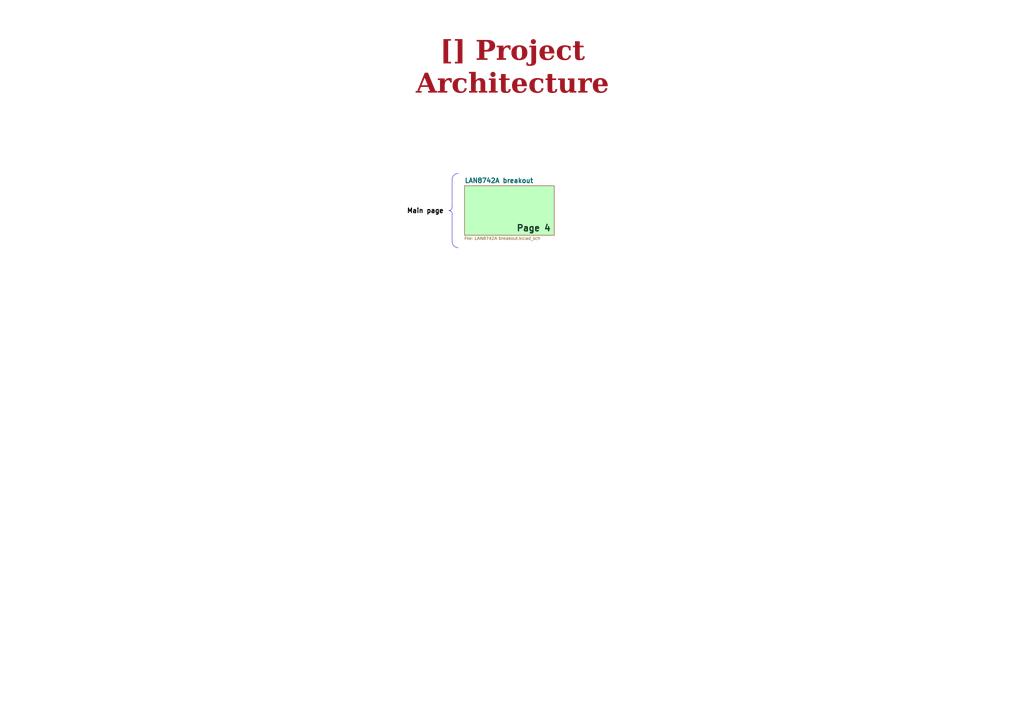
<source format=kicad_sch>
(kicad_sch
	(version 20231120)
	(generator "eeschema")
	(generator_version "8.0")
	(uuid "07236397-3ba4-47af-9809-3faac3a2aa49")
	(paper "A3")
	(title_block
		(title "Project Architecture")
		(date "2025-01-12")
		(rev "${REVISION}")
		(company "${COMPANY}")
	)
	(lib_symbols)
	(polyline
		(pts
			(xy 185.42 87.63) (xy 185.42 99.06)
		)
		(stroke
			(width 0)
			(type default)
		)
		(uuid "8b678fb1-fee7-4461-95f7-7f383f478fdc")
	)
	(polyline
		(pts
			(xy 185.42 85.09) (xy 185.42 73.66)
		)
		(stroke
			(width 0)
			(type default)
		)
		(uuid "903e49b2-1b5d-4317-a33b-adfda1594a88")
	)
	(arc
		(start 185.42 85.09)
		(mid 185.0451 85.9851)
		(end 184.15 86.36)
		(stroke
			(width 0)
			(type default)
		)
		(fill
			(type none)
		)
		(uuid 13e3bc56-4a98-40ef-8c39-3b21620a792f)
	)
	(arc
		(start 184.15 86.36)
		(mid 185.0451 86.7349)
		(end 185.42 87.63)
		(stroke
			(width 0)
			(type default)
		)
		(fill
			(type none)
		)
		(uuid 787eda22-1bf9-4d1b-96b2-11995bb2af0f)
	)
	(arc
		(start 187.96 101.6)
		(mid 186.1698 100.8502)
		(end 185.42 99.06)
		(stroke
			(width 0)
			(type default)
		)
		(fill
			(type none)
		)
		(uuid 7c454724-851d-42c5-8823-df570c1fc5eb)
	)
	(arc
		(start 185.42 73.66)
		(mid 186.1639 71.8639)
		(end 187.96 71.12)
		(stroke
			(width 0)
			(type default)
		)
		(fill
			(type none)
		)
		(uuid fda911f3-adb3-4abb-981f-a877a93c831b)
	)
	(text_box "Main page"
		(exclude_from_sim no)
		(at 160.02 83.82 0)
		(size 23.495 5.08)
		(stroke
			(width -0.0001)
			(type default)
		)
		(fill
			(type none)
		)
		(effects
			(font
				(size 1.905 1.905)
				(thickness 0.381)
				(bold yes)
				(color 0 0 0 1)
			)
			(justify right top)
		)
		(uuid "971f0c48-6726-412d-badf-cee82cbffedd")
	)
	(text_box "[${#}] ${TITLE}"
		(exclude_from_sim no)
		(at 144.78 21.59 0)
		(size 130.81 12.7)
		(stroke
			(width -0.0001)
			(type default)
		)
		(fill
			(type none)
		)
		(effects
			(font
				(face "Times New Roman")
				(size 8 8)
				(thickness 1.2)
				(bold yes)
				(color 162 22 34 1)
			)
		)
		(uuid "f4789478-c68e-4cee-9edd-5d11b744f94d")
	)
	(text "Page 4"
		(exclude_from_sim no)
		(at 226.06 95.25 0)
		(effects
			(font
				(size 2.54 2.54)
				(bold yes)
				(color 20 60 40 1)
			)
			(justify right bottom)
			(href "#4")
		)
		(uuid "f04f874a-d252-4474-87f2-c34bbb094a4c")
	)
	(sheet
		(at 190.5 76.2)
		(size 36.83 20.32)
		(fields_autoplaced yes)
		(stroke
			(width 0.1524)
			(type solid)
		)
		(fill
			(color 128 255 128 0.5000)
		)
		(uuid "f06537ee-772d-44d3-8c50-e0ba41038c9c")
		(property "Sheetname" "LAN8742A breakout"
			(at 190.5 75.1709 0)
			(effects
				(font
					(size 1.905 1.905)
					(bold yes)
				)
				(justify left bottom)
			)
		)
		(property "Sheetfile" "LAN8742A breakout.kicad_sch"
			(at 190.5 97.1046 0)
			(effects
				(font
					(face "Arial")
					(size 1.27 1.27)
				)
				(justify left top)
			)
		)
		(instances
			(project "LAN8742A-breakout"
				(path "/f9e05184-c88b-4a88-ae9c-ab2bdb32be7c/c5103ceb-5325-4a84-a025-9638a412984e"
					(page "4")
				)
			)
		)
	)
)

</source>
